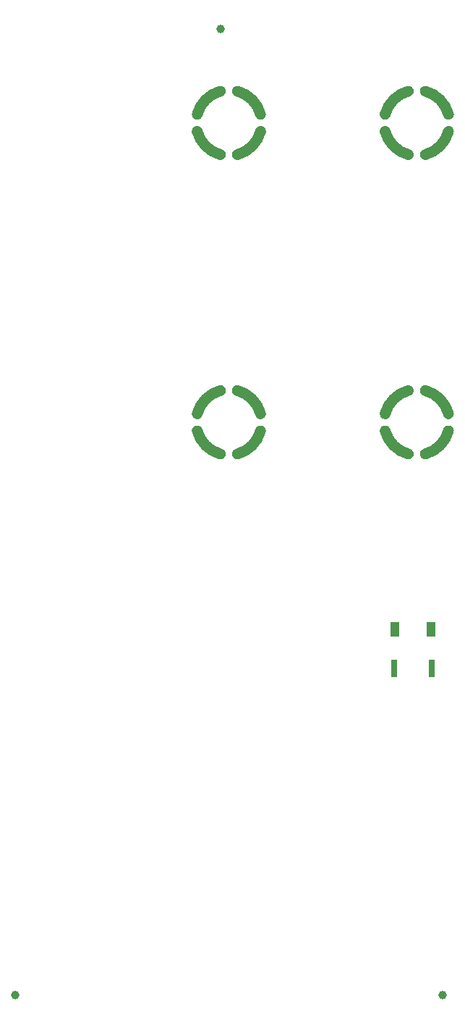
<source format=gbp>
G04 Layer_Color=128*
%FSLAX44Y44*%
%MOMM*%
G71*
G01*
G75*
%ADD18C,1.0000*%
%ADD22C,1.3000*%
%ADD27R,0.8000X2.0000*%
%ADD28R,1.0000X1.7000*%
D18*
X290000Y1180000D02*
D03*
X550000Y50000D02*
D03*
X50000D02*
D03*
D22*
X510062Y757088D02*
G03*
X482912Y729938I9938J-37088D01*
G01*
X557088D02*
G03*
X529938Y757088I-37088J-9938D01*
G01*
Y682912D02*
G03*
X557088Y710062I-9938J37088D01*
G01*
X482912D02*
G03*
X510062Y682912I37088J9938D01*
G01*
Y1107088D02*
G03*
X482912Y1079938I9938J-37088D01*
G01*
X557088D02*
G03*
X529938Y1107088I-37088J-9938D01*
G01*
Y1032912D02*
G03*
X557088Y1060062I-9938J37088D01*
G01*
X482912D02*
G03*
X510062Y1032912I37088J9938D01*
G01*
X290062Y757087D02*
G03*
X262912Y729937I9938J-37088D01*
G01*
X337088D02*
G03*
X309938Y757087I-37088J-9938D01*
G01*
Y682911D02*
G03*
X337088Y710061I-9938J37088D01*
G01*
X262912D02*
G03*
X290062Y682911I37088J9938D01*
G01*
Y1107088D02*
G03*
X262912Y1079938I9938J-37088D01*
G01*
X337088D02*
G03*
X309938Y1107088I-37088J-9938D01*
G01*
Y1032912D02*
G03*
X337088Y1060062I-9938J37088D01*
G01*
X262912D02*
G03*
X290062Y1032912I37088J9938D01*
G01*
D27*
X493583Y432250D02*
D03*
X537583D02*
D03*
D28*
X494583Y477750D02*
D03*
X536583D02*
D03*
M02*

</source>
